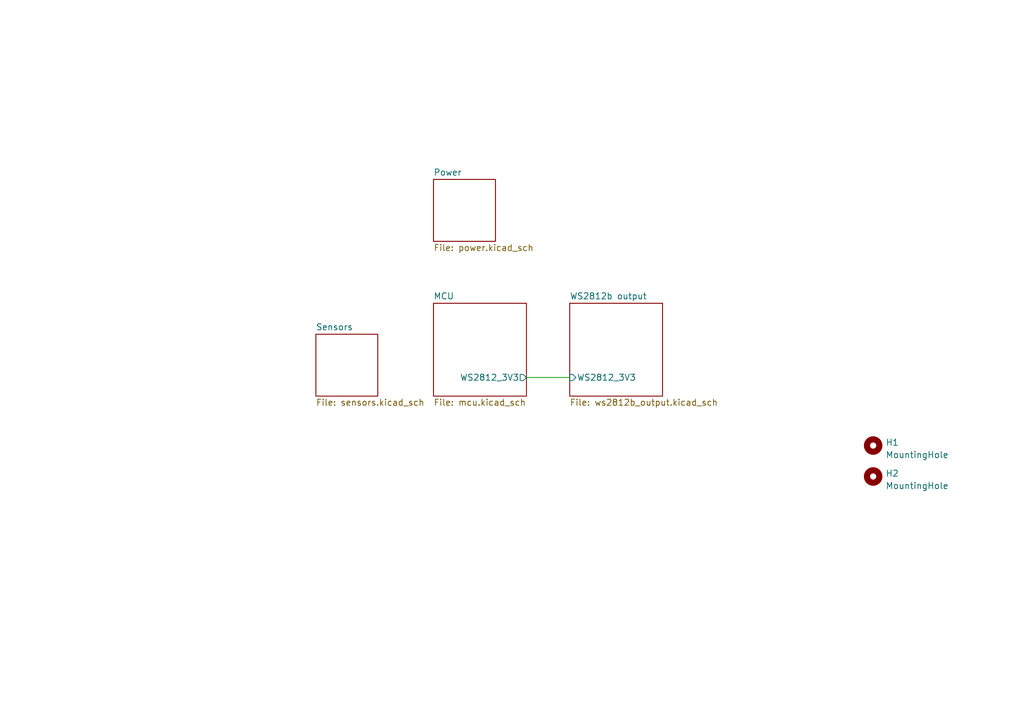
<source format=kicad_sch>
(kicad_sch (version 20231120) (generator "eeschema") (generator_version "8.0")
  (paper "A5")
  (title_block (title "PXL stick") (date "2023-05-25") (rev "1.0") (company "Vas' lab"))
  (lib_symbols
    (symbol "Mechanical:MountingHole" (pin_names (offset 1.016))
      (property "Reference" "H" (at 0 5.08 0))
      (property "Value" "MountingHole" (at 0 3.175 0))
      (symbol "MountingHole_0_1"
        (circle (center 0 0) (radius 1.27) (stroke (width 1.27)))
      )
    )
  )
  (wire (pts (xy 107.95 77.47) (xy 116.84 77.47)))
  (symbol (lib_id "Mechanical:MountingHole") (at 179.07 97.79 0) (unit 1) (in_bom no)
    (property "Reference" "H2" (at 181.61 97.155 0) (effects (justify left)))
    (property "Value" "MountingHole" (at 181.61 99.695 0) (effects (justify left)))
    (property "Footprint" "MountingHole:MountingHole_2.2mm_M2_ISO14580_Pad_TopOnly" (effects (hide yes)))
  )
  (symbol (lib_id "Mechanical:MountingHole") (at 179.07 91.44 0) (unit 1) (in_bom no)
    (property "Reference" "H1" (at 181.61 90.805 0) (effects (justify left)))
    (property "Value" "MountingHole" (at 181.61 93.345 0) (effects (justify left)))
    (property "Footprint" "MountingHole:MountingHole_2.2mm_M2_ISO14580_Pad_TopOnly" (effects (hide yes)))
  )
  (sheet (at 88.9 36.83) (size 12.7 12.7) (stroke (width 0.1524))
    (property "Sheetname" "Power" (at 88.9 36.1184 0) (effects (justify left bottom)))
    (property "Sheetfile" "power.kicad_sch" (at 88.9 50.1146 0) (effects (justify left top)))
  )
  (sheet (at 64.77 68.58) (size 12.7 12.7) (stroke (width 0.1524))
    (property "Sheetname" "Sensors" (at 64.77 67.8684 0) (effects (justify left bottom)))
    (property "Sheetfile" "sensors.kicad_sch" (at 64.77 81.8646 0) (effects (justify left top)))
  )
  (sheet (at 116.84 62.23) (size 19.05 19.05) (stroke (width 0.1524))
    (property "Sheetname" "WS2812b output" (at 116.84 61.5184 0) (effects (justify left bottom)))
    (property "Sheetfile" "ws2812b_output.kicad_sch" (at 116.84 81.8646 0) (effects (justify left top)))
    (pin "WS2812_3V3" input (at 116.84 77.47 180))
  )
  (sheet (at 88.9 62.23) (size 19.05 19.05) (stroke (width 0.1524))
    (property "Sheetname" "MCU" (at 88.9 61.5184 0) (effects (justify left bottom)))
    (property "Sheetfile" "mcu.kicad_sch" (at 88.9 81.8646 0) (effects (justify left top)))
    (pin "WS2812_3V3" output (at 107.95 77.47 0))
  )
)
</source>
